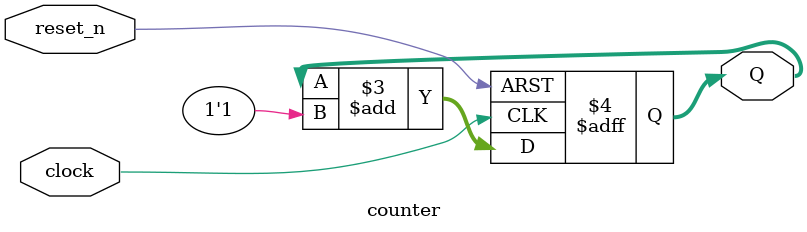
<source format=v>
module counter(clock, reset_n, Q);
  parameter n = 4;

  input clock, reset_n;
  output [n-1:0] Q;
  reg [n-1:0] Q;

  always @(posedge clock or negedge reset_n)
  begin
    if (~reset_n)
      Q <= 'd0;
    else
      Q <= Q + 1'b1;
  end
endmodule
</source>
